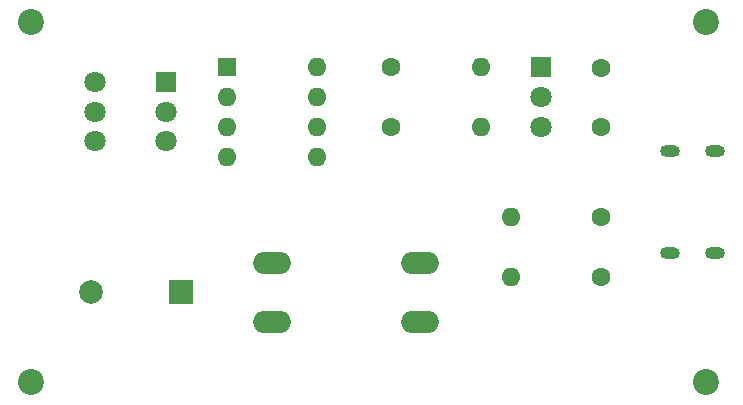
<source format=gbs>
%TF.GenerationSoftware,KiCad,Pcbnew,8.0.8*%
%TF.CreationDate,2025-02-03T23:06:03+05:30*%
%TF.ProjectId,pomodoro_timer,706f6d6f-646f-4726-9f5f-74696d65722e,rev?*%
%TF.SameCoordinates,Original*%
%TF.FileFunction,Soldermask,Bot*%
%TF.FilePolarity,Negative*%
%FSLAX46Y46*%
G04 Gerber Fmt 4.6, Leading zero omitted, Abs format (unit mm)*
G04 Created by KiCad (PCBNEW 8.0.8) date 2025-02-03 23:06:03*
%MOMM*%
%LPD*%
G01*
G04 APERTURE LIST*
%ADD10R,1.600000X1.600000*%
%ADD11O,1.600000X1.600000*%
%ADD12R,1.800000X1.800000*%
%ADD13C,1.800000*%
%ADD14C,2.200000*%
%ADD15C,1.600000*%
%ADD16O,3.200000X1.900000*%
%ADD17R,2.000000X2.000000*%
%ADD18C,2.000000*%
%ADD19O,1.700000X1.000000*%
G04 APERTURE END LIST*
D10*
%TO.C,U1*%
X101700000Y-68580000D03*
D11*
X101700000Y-71120000D03*
X101700000Y-73660000D03*
X101700000Y-76200000D03*
X109320000Y-76200000D03*
X109320000Y-73660000D03*
X109320000Y-71120000D03*
X109320000Y-68580000D03*
%TD*%
D12*
%TO.C,SW2*%
X96520000Y-69850000D03*
D13*
X96520000Y-72350000D03*
X96520000Y-74850000D03*
X90520000Y-69850000D03*
X90520000Y-72350000D03*
X90520000Y-74850000D03*
%TD*%
D14*
%TO.C,REF\u002A\u002A*%
X142240000Y-95250000D03*
%TD*%
%TO.C,REF\u002A\u002A*%
X142240000Y-64770000D03*
%TD*%
D15*
%TO.C,CC2_R1*%
X133350000Y-81280000D03*
D11*
X125730000Y-81280000D03*
%TD*%
D16*
%TO.C,SW1*%
X105510000Y-85130000D03*
X118010000Y-85130000D03*
X105510000Y-90130000D03*
X118010000Y-90130000D03*
%TD*%
D15*
%TO.C,LED1_R1*%
X115570000Y-73660000D03*
D11*
X123190000Y-73660000D03*
%TD*%
D12*
%TO.C,D1*%
X128270000Y-68580000D03*
D13*
X128270000Y-71120000D03*
X128270000Y-73660000D03*
%TD*%
D15*
%TO.C,C1*%
X133350000Y-68660000D03*
X133350000Y-73660000D03*
%TD*%
%TO.C,LED2_R1*%
X115570000Y-68580000D03*
D11*
X123190000Y-68580000D03*
%TD*%
D15*
%TO.C,CC1_R1*%
X133350000Y-86360000D03*
D11*
X125730000Y-86360000D03*
%TD*%
D14*
%TO.C,REF\u002A\u002A*%
X85090000Y-64770000D03*
%TD*%
%TO.C,REF\u002A\u002A*%
X85090000Y-95250000D03*
%TD*%
D17*
%TO.C,BZ1*%
X97780000Y-87630000D03*
D18*
X90180000Y-87630000D03*
%TD*%
D19*
%TO.C,J1*%
X139240000Y-84330000D03*
X143040000Y-84330000D03*
X139240000Y-75690000D03*
X143040000Y-75690000D03*
%TD*%
M02*

</source>
